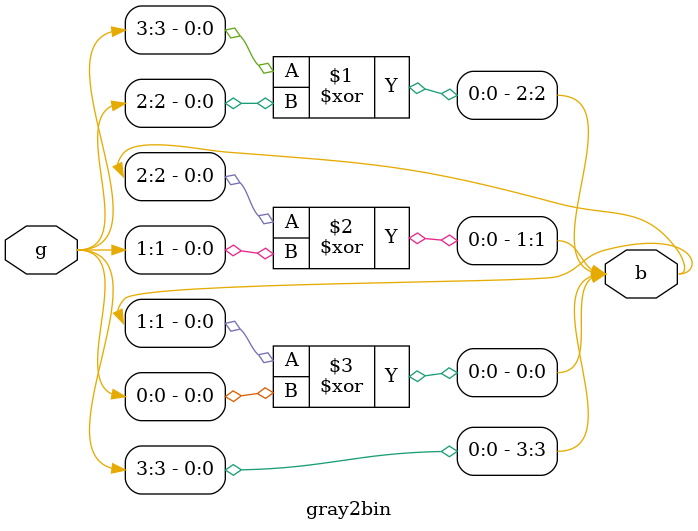
<source format=v>
`timescale 1ns / 1ps
module gray2bin #(parameter WIDTH = 4)(
    input  [WIDTH-1:0] g,
    output [WIDTH-1:0] b
    );
    
    assign b[WIDTH-1] = g[WIDTH-1];
    
    genvar i;
    generate
        for(i=WIDTH-2;i>=0;i=i-1)
        begin
            assign b[i] = b[i+1] ^ g[i]; 
        end
    endgenerate
endmodule

</source>
